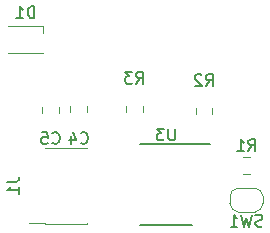
<source format=gbr>
G04 #@! TF.GenerationSoftware,KiCad,Pcbnew,(5.0.0)*
G04 #@! TF.CreationDate,2019-03-02T00:20:12+01:00*
G04 #@! TF.ProjectId,OpenThermalCamera,4F70656E546865726D616C43616D6572,rev?*
G04 #@! TF.SameCoordinates,Original*
G04 #@! TF.FileFunction,Legend,Bot*
G04 #@! TF.FilePolarity,Positive*
%FSLAX46Y46*%
G04 Gerber Fmt 4.6, Leading zero omitted, Abs format (unit mm)*
G04 Created by KiCad (PCBNEW (5.0.0)) date 03/02/19 00:20:12*
%MOMM*%
%LPD*%
G01*
G04 APERTURE LIST*
%ADD10C,0.150000*%
%ADD11C,0.120000*%
G04 APERTURE END LIST*
D10*
G04 #@! TO.C,U3*
X45125000Y-46450000D02*
X40675000Y-46450000D01*
X46650000Y-39550000D02*
X40675000Y-39550000D01*
D11*
G04 #@! TO.C,C5*
X32390000Y-36438748D02*
X32390000Y-36961252D01*
X33810000Y-36438748D02*
X33810000Y-36961252D01*
G04 #@! TO.C,C4*
X36210000Y-36338748D02*
X36210000Y-36861252D01*
X34790000Y-36338748D02*
X34790000Y-36861252D01*
G04 #@! TO.C,J1*
X32635000Y-46335000D02*
X36165000Y-46335000D01*
X32635000Y-39865000D02*
X36165000Y-39865000D01*
X31310000Y-46270000D02*
X32635000Y-46270000D01*
X32635000Y-46335000D02*
X32635000Y-46270000D01*
X36165000Y-46335000D02*
X36165000Y-46270000D01*
X32635000Y-39930000D02*
X32635000Y-39865000D01*
X36165000Y-39930000D02*
X36165000Y-39865000D01*
G04 #@! TO.C,R3*
X39490000Y-36338748D02*
X39490000Y-36861252D01*
X40910000Y-36338748D02*
X40910000Y-36861252D01*
G04 #@! TO.C,R2*
X46810000Y-36538748D02*
X46810000Y-37061252D01*
X45390000Y-36538748D02*
X45390000Y-37061252D01*
G04 #@! TO.C,R1*
X49438748Y-42110000D02*
X49961252Y-42110000D01*
X49438748Y-40690000D02*
X49961252Y-40690000D01*
G04 #@! TO.C,SW1*
X50400000Y-45300000D02*
G75*
G03X51100000Y-44600000I0J700000D01*
G01*
X51100000Y-44000000D02*
G75*
G03X50400000Y-43300000I-700000J0D01*
G01*
X49000000Y-43300000D02*
G75*
G03X48300000Y-44000000I0J-700000D01*
G01*
X48300000Y-44600000D02*
G75*
G03X49000000Y-45300000I700000J0D01*
G01*
X48300000Y-44000000D02*
X48300000Y-44600000D01*
X50400000Y-43300000D02*
X49000000Y-43300000D01*
X51100000Y-44600000D02*
X51100000Y-44000000D01*
X49000000Y-45300000D02*
X50400000Y-45300000D01*
G04 #@! TO.C,D1*
X32450000Y-30150000D02*
X32450000Y-29550000D01*
X32450000Y-29550000D02*
X29550000Y-29550000D01*
X32450000Y-31850000D02*
X29550000Y-31850000D01*
G04 #@! TO.C,U3*
D10*
X43661904Y-38252380D02*
X43661904Y-39061904D01*
X43614285Y-39157142D01*
X43566666Y-39204761D01*
X43471428Y-39252380D01*
X43280952Y-39252380D01*
X43185714Y-39204761D01*
X43138095Y-39157142D01*
X43090476Y-39061904D01*
X43090476Y-38252380D01*
X42709523Y-38252380D02*
X42090476Y-38252380D01*
X42423809Y-38633333D01*
X42280952Y-38633333D01*
X42185714Y-38680952D01*
X42138095Y-38728571D01*
X42090476Y-38823809D01*
X42090476Y-39061904D01*
X42138095Y-39157142D01*
X42185714Y-39204761D01*
X42280952Y-39252380D01*
X42566666Y-39252380D01*
X42661904Y-39204761D01*
X42709523Y-39157142D01*
G04 #@! TO.C,C5*
X33266666Y-39457142D02*
X33314285Y-39504761D01*
X33457142Y-39552380D01*
X33552380Y-39552380D01*
X33695238Y-39504761D01*
X33790476Y-39409523D01*
X33838095Y-39314285D01*
X33885714Y-39123809D01*
X33885714Y-38980952D01*
X33838095Y-38790476D01*
X33790476Y-38695238D01*
X33695238Y-38600000D01*
X33552380Y-38552380D01*
X33457142Y-38552380D01*
X33314285Y-38600000D01*
X33266666Y-38647619D01*
X32361904Y-38552380D02*
X32838095Y-38552380D01*
X32885714Y-39028571D01*
X32838095Y-38980952D01*
X32742857Y-38933333D01*
X32504761Y-38933333D01*
X32409523Y-38980952D01*
X32361904Y-39028571D01*
X32314285Y-39123809D01*
X32314285Y-39361904D01*
X32361904Y-39457142D01*
X32409523Y-39504761D01*
X32504761Y-39552380D01*
X32742857Y-39552380D01*
X32838095Y-39504761D01*
X32885714Y-39457142D01*
G04 #@! TO.C,C4*
X35666666Y-39457142D02*
X35714285Y-39504761D01*
X35857142Y-39552380D01*
X35952380Y-39552380D01*
X36095238Y-39504761D01*
X36190476Y-39409523D01*
X36238095Y-39314285D01*
X36285714Y-39123809D01*
X36285714Y-38980952D01*
X36238095Y-38790476D01*
X36190476Y-38695238D01*
X36095238Y-38600000D01*
X35952380Y-38552380D01*
X35857142Y-38552380D01*
X35714285Y-38600000D01*
X35666666Y-38647619D01*
X34809523Y-38885714D02*
X34809523Y-39552380D01*
X35047619Y-38504761D02*
X35285714Y-39219047D01*
X34666666Y-39219047D01*
G04 #@! TO.C,J1*
X29452380Y-42766666D02*
X30166666Y-42766666D01*
X30309523Y-42719047D01*
X30404761Y-42623809D01*
X30452380Y-42480952D01*
X30452380Y-42385714D01*
X30452380Y-43766666D02*
X30452380Y-43195238D01*
X30452380Y-43480952D02*
X29452380Y-43480952D01*
X29595238Y-43385714D01*
X29690476Y-43290476D01*
X29738095Y-43195238D01*
G04 #@! TO.C,R3*
X40366666Y-34452380D02*
X40700000Y-33976190D01*
X40938095Y-34452380D02*
X40938095Y-33452380D01*
X40557142Y-33452380D01*
X40461904Y-33500000D01*
X40414285Y-33547619D01*
X40366666Y-33642857D01*
X40366666Y-33785714D01*
X40414285Y-33880952D01*
X40461904Y-33928571D01*
X40557142Y-33976190D01*
X40938095Y-33976190D01*
X40033333Y-33452380D02*
X39414285Y-33452380D01*
X39747619Y-33833333D01*
X39604761Y-33833333D01*
X39509523Y-33880952D01*
X39461904Y-33928571D01*
X39414285Y-34023809D01*
X39414285Y-34261904D01*
X39461904Y-34357142D01*
X39509523Y-34404761D01*
X39604761Y-34452380D01*
X39890476Y-34452380D01*
X39985714Y-34404761D01*
X40033333Y-34357142D01*
G04 #@! TO.C,R2*
X46266666Y-34652380D02*
X46600000Y-34176190D01*
X46838095Y-34652380D02*
X46838095Y-33652380D01*
X46457142Y-33652380D01*
X46361904Y-33700000D01*
X46314285Y-33747619D01*
X46266666Y-33842857D01*
X46266666Y-33985714D01*
X46314285Y-34080952D01*
X46361904Y-34128571D01*
X46457142Y-34176190D01*
X46838095Y-34176190D01*
X45885714Y-33747619D02*
X45838095Y-33700000D01*
X45742857Y-33652380D01*
X45504761Y-33652380D01*
X45409523Y-33700000D01*
X45361904Y-33747619D01*
X45314285Y-33842857D01*
X45314285Y-33938095D01*
X45361904Y-34080952D01*
X45933333Y-34652380D01*
X45314285Y-34652380D01*
G04 #@! TO.C,R1*
X49866666Y-40152380D02*
X50200000Y-39676190D01*
X50438095Y-40152380D02*
X50438095Y-39152380D01*
X50057142Y-39152380D01*
X49961904Y-39200000D01*
X49914285Y-39247619D01*
X49866666Y-39342857D01*
X49866666Y-39485714D01*
X49914285Y-39580952D01*
X49961904Y-39628571D01*
X50057142Y-39676190D01*
X50438095Y-39676190D01*
X48914285Y-40152380D02*
X49485714Y-40152380D01*
X49200000Y-40152380D02*
X49200000Y-39152380D01*
X49295238Y-39295238D01*
X49390476Y-39390476D01*
X49485714Y-39438095D01*
G04 #@! TO.C,SW1*
X51033333Y-46504761D02*
X50890476Y-46552380D01*
X50652380Y-46552380D01*
X50557142Y-46504761D01*
X50509523Y-46457142D01*
X50461904Y-46361904D01*
X50461904Y-46266666D01*
X50509523Y-46171428D01*
X50557142Y-46123809D01*
X50652380Y-46076190D01*
X50842857Y-46028571D01*
X50938095Y-45980952D01*
X50985714Y-45933333D01*
X51033333Y-45838095D01*
X51033333Y-45742857D01*
X50985714Y-45647619D01*
X50938095Y-45600000D01*
X50842857Y-45552380D01*
X50604761Y-45552380D01*
X50461904Y-45600000D01*
X50128571Y-45552380D02*
X49890476Y-46552380D01*
X49700000Y-45838095D01*
X49509523Y-46552380D01*
X49271428Y-45552380D01*
X48366666Y-46552380D02*
X48938095Y-46552380D01*
X48652380Y-46552380D02*
X48652380Y-45552380D01*
X48747619Y-45695238D01*
X48842857Y-45790476D01*
X48938095Y-45838095D01*
G04 #@! TO.C,D1*
X31738095Y-28902380D02*
X31738095Y-27902380D01*
X31500000Y-27902380D01*
X31357142Y-27950000D01*
X31261904Y-28045238D01*
X31214285Y-28140476D01*
X31166666Y-28330952D01*
X31166666Y-28473809D01*
X31214285Y-28664285D01*
X31261904Y-28759523D01*
X31357142Y-28854761D01*
X31500000Y-28902380D01*
X31738095Y-28902380D01*
X30214285Y-28902380D02*
X30785714Y-28902380D01*
X30500000Y-28902380D02*
X30500000Y-27902380D01*
X30595238Y-28045238D01*
X30690476Y-28140476D01*
X30785714Y-28188095D01*
G04 #@! TD*
M02*

</source>
